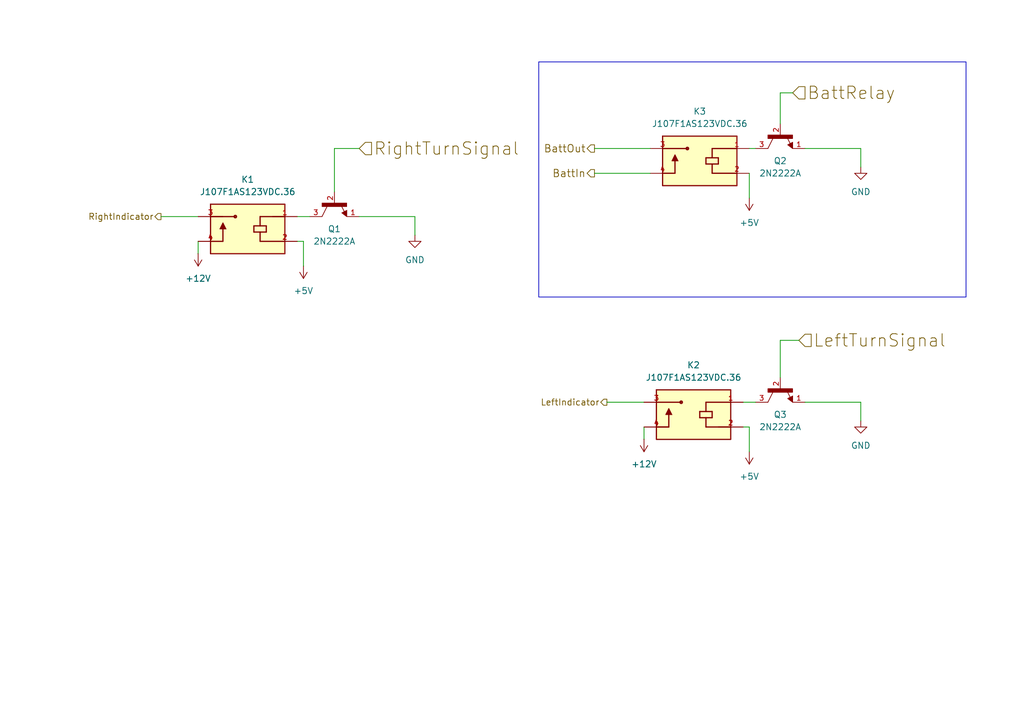
<source format=kicad_sch>
(kicad_sch (version 20250114) (generator "eeschema") (generator_version "9.0")
  (paper "A5")
  (lib_symbols
    (symbol "2N2222A:2N2222A" (pin_names (offset 1.016))
      (property "Reference" "Q" (at -10.16 7.62 0))
      (property "Value" "2N2222A" (at -10.16 -7.62 0))
      (symbol "2N2222A_0_0"
        (rectangle (start -0.254 -2.54) (end 0.508 2.54) (stroke (width 0.1)) (fill (type outline)))
        (polyline (pts (xy 1.27 -2.54) (xy 1.778 -1.524) (xy 2.54 -2.54) (xy 1.27 -2.54)) (stroke (width 0.1524)) (fill (type outline)))
        (polyline (pts (xy 1.54 -2.04) (xy 0.308 -1.424)) (stroke (width 0.1524)))
        (polyline (pts (xy 2.54 2.54) (xy 0.508 1.524)) (stroke (width 0.1524)))
        (pin passive line (at -2.54 0 0) (length 2.54) (name "~") (number "2"))
        (pin passive line (at 2.54 5.08 270) (length 2.54) (name "~") (number "3"))
        (pin passive line (at 2.54 -5.08 90) (length 2.54) (name "~") (number "1"))
      )
    )
    (symbol "PRE29-5V-S-450-1A-E:PRE29-5V-S-450-1A-E" (pin_names (offset 1.016))
      (property "Reference" "K" (at -7.62 6.35 0))
      (property "Value" "PRE29-5V-S-450-1A-E" (at -7.62 -7.62 0))
      (symbol "PRE29-5V-S-450-1A-E_0_0"
        (polyline (pts (xy -7.62 2.54) (xy -2.54 2.54)) (stroke (width 0.254)))
        (polyline (pts (xy -7.62 -2.54) (xy -2.54 -2.54)) (stroke (width 0.254)))
        (rectangle (start -7.62 -5.08) (end 7.62 5.08) (stroke (width 0.254)) (fill (type background)))
        (polyline (pts (xy -3.81 0.635) (xy -2.54 0.635)) (stroke (width 0.254)))
        (polyline (pts (xy -3.81 -0.635) (xy -3.81 0.635)) (stroke (width 0.254)))
        (polyline (pts (xy -2.54 2.54) (xy -2.54 0.635)) (stroke (width 0.254)))
        (polyline (pts (xy -2.54 0.635) (xy -1.27 0.635)) (stroke (width 0.254)))
        (polyline (pts (xy -2.54 -0.635) (xy -3.81 -0.635)) (stroke (width 0.254)))
        (polyline (pts (xy -2.54 -0.635) (xy -2.54 -2.54)) (stroke (width 0.254)))
        (polyline (pts (xy -1.27 0.635) (xy -1.27 -0.635)) (stroke (width 0.254)))
        (polyline (pts (xy -1.27 -0.635) (xy -2.54 -0.635)) (stroke (width 0.254)))
        (circle (center 2.54 2.54) (radius 0.254) (stroke (width 0.254)))
        (polyline (pts (xy 4.445 0) (xy 5.715 0) (xy 5.08 1.27) (xy 4.445 0)) (stroke (width 0.1524)) (fill (type outline)))
        (polyline (pts (xy 5.08 -2.54) (xy 5.08 0)) (stroke (width 0.254)))
        (polyline (pts (xy 7.62 2.54) (xy 2.54 2.54)) (stroke (width 0.254)))
        (polyline (pts (xy 7.62 -2.54) (xy 5.08 -2.54)) (stroke (width 0.254)))
        (pin passive line (at -10.16 2.54 0) (length 5.08) (name "~") (number "1"))
        (pin passive line (at -10.16 -2.54 0) (length 5.08) (name "~") (number "2"))
        (pin passive line (at 10.16 2.54 180) (length 5.08) (name "~") (number "3"))
        (pin passive line (at 10.16 -2.54 180) (length 5.08) (name "~") (number "4"))
      )
    )
    (symbol "power:+12V" (power) (pin_numbers (hide yes)) (pin_names (offset 0) (hide yes))
      (property "Value" "+12V" (at 0 3.556 0))
      (symbol "+12V_0_1"
        (polyline (pts (xy -0.762 1.27) (xy 0 2.54)))
        (polyline (pts (xy 0 2.54) (xy 0.762 1.27)))
        (polyline (pts (xy 0 0) (xy 0 2.54)))
      )
      (symbol "+12V_1_1"
        (pin power_in line (at 0 0 90) (length 0) (name "~") (number "1"))
      )
    )
    (symbol "power:+5V" (power) (pin_numbers (hide yes)) (pin_names (offset 0) (hide yes))
      (property "Value" "+5V" (at 0 3.556 0))
      (symbol "+5V_0_1"
        (polyline (pts (xy -0.762 1.27) (xy 0 2.54)))
        (polyline (pts (xy 0 2.54) (xy 0.762 1.27)))
        (polyline (pts (xy 0 0) (xy 0 2.54)))
      )
      (symbol "+5V_1_1"
        (pin power_in line (at 0 0 90) (length 0) (name "~") (number "1"))
      )
    )
    (symbol "power:GND" (power) (pin_numbers (hide yes)) (pin_names (offset 0) (hide yes))
      (property "Value" "GND" (at 0 -3.81 0))
      (symbol "GND_0_1"
        (polyline (pts (xy 0 0) (xy 0 -1.27) (xy 1.27 -1.27) (xy 0 -2.54) (xy -1.27 -1.27) (xy 0 -1.27)))
      )
      (symbol "GND_1_1"
        (pin power_in line (at 0 0 270) (length 0) (name "~") (number "1"))
      )
    )
  )
  (rectangle (start 110.49 12.7) (end 198.12 60.96))
  (wire (pts (xy 165.1 30.48) (xy 176.53 30.48)))
  (wire (pts (xy 176.53 82.55) (xy 176.53 86.36)))
  (wire (pts (xy 73.66 44.45) (xy 85.09 44.45)))
  (wire (pts (xy 152.4 87.63) (xy 153.67 87.63)))
  (wire (pts (xy 153.67 87.63) (xy 153.67 92.71)))
  (wire (pts (xy 60.96 49.53) (xy 62.23 49.53)))
  (wire (pts (xy 165.1 82.55) (xy 176.53 82.55)))
  (wire (pts (xy 132.08 87.63) (xy 132.08 90.17)))
  (wire (pts (xy 153.67 30.48) (xy 154.94 30.48)))
  (wire (pts (xy 152.4 82.55) (xy 154.94 82.55)))
  (wire (pts (xy 153.67 35.56) (xy 153.67 40.64)))
  (wire (pts (xy 62.23 49.53) (xy 62.23 54.61)))
  (wire (pts (xy 85.09 44.45) (xy 85.09 48.26)))
  (wire (pts (xy 124.46 82.55) (xy 132.08 82.55)))
  (wire (pts (xy 60.96 44.45) (xy 63.5 44.45)))
  (wire (pts (xy 68.58 30.48) (xy 73.66 30.48)))
  (wire (pts (xy 40.64 49.53) (xy 40.64 52.07)))
  (wire (pts (xy 160.02 19.05) (xy 160.02 25.4)))
  (wire (pts (xy 160.02 69.85) (xy 160.02 77.47)))
  (wire (pts (xy 176.53 30.48) (xy 176.53 34.29)))
  (wire (pts (xy 68.58 30.48) (xy 68.58 39.37)))
  (wire (pts (xy 121.92 30.48) (xy 133.35 30.48)))
  (wire (pts (xy 163.83 69.85) (xy 160.02 69.85)))
  (wire (pts (xy 121.92 35.56) (xy 133.35 35.56)))
  (wire (pts (xy 33.02 44.45) (xy 40.64 44.45)))
  (wire (pts (xy 160.02 19.05) (xy 162.56 19.05)))
  (hierarchical_label "LeftTurnSignal" (shape input) (at 163.83 69.85 0) (effects (font (size 2.54 2.54))))
  (hierarchical_label "RightIndicator" (shape output) (at 33.02 44.45 180))
  (hierarchical_label "LeftIndicator" (shape output) (at 124.46 82.55 180))
  (hierarchical_label "BattIn" (shape output) (at 121.92 35.56 180) (effects (font (size 1.524 1.524))))
  (hierarchical_label "RightTurnSignal" (shape input) (at 73.66 30.48 0) (effects (font (size 2.54 2.54))))
  (hierarchical_label "BattRelay" (shape input) (at 162.56 19.05 0) (effects (font (size 2.54 2.54))))
  (hierarchical_label "BattOut" (shape output) (at 121.92 30.48 180) (effects (font (size 1.524 1.524))))
  (symbol (lib_id "power:GND") (at 85.09 48.26 0) (unit 1)
    (property "Reference" "#PWR048" (effects (hide yes)))
    (property "Value" "GND" (at 85.09 53.34 0))
    (property "Description" "Power symbol creates a global label with name \"GND\" , ground" (effects (hide yes)))
  )
  (symbol (lib_id "2N2222A:2N2222A") (at 160.02 80.01 90) (mirror x) (unit 1)
    (property "Reference" "Q3" (at 160.02 85.09 90))
    (property "Value" "2N2222A" (at 160.02 87.63 90))
    (property "Footprint" "2N2222A:TO92254P470H750-3" (effects (hide yes)))
    (property "MF" "Diotec Semiconductor" (effects (hide yes)))
    (property "SNAPEDA_PACKAGE_ID" "121774" (effects (hide yes)))
    (property "Package" "TO-92 Diotec" (effects (hide yes)))
    (property "Price" "None" (effects (hide yes)))
    (property "Check_prices" "https://www.snapeda.com/parts/2N2222A/Diotec/view-part/?ref=eda" (effects (hide yes)))
    (property "STANDARD" "IPC 7351B" (effects (hide yes)))
    (property "PARTREV" "N/A" (effects (hide yes)))
    (property "SnapEDA_Link" "https://www.snapeda.com/parts/2N2222A/Diotec/view-part/?ref=snap" (effects (hide yes)))
    (property "MP" "2N2222A" (effects (hide yes)))
    (property "Description_1" "BJT, TO-92, 40V, 600mA, NPN, 0.625W, 150°C" (effects (hide yes)))
    (property "MANUFACTURER" "Diotec Semiconductor" (effects (hide yes)))
    (property "Availability" "In Stock" (effects (hide yes)))
    (property "MAXIMUM_PACKAGE_HEIGHT" "7.5 mm" (effects (hide yes)))
  )
  (symbol (lib_id "power:+5V") (at 153.67 40.64 180) (unit 1)
    (property "Reference" "#PWR050" (effects (hide yes)))
    (property "Value" "+5V" (at 153.67 45.72 0))
    (property "Description" "Power symbol creates a global label with name \"+5V\"" (effects (hide yes)))
  )
  (symbol (lib_id "power:GND") (at 176.53 34.29 0) (unit 1)
    (property "Reference" "#PWR052" (effects (hide yes)))
    (property "Value" "GND" (at 176.53 39.37 0))
    (property "Description" "Power symbol creates a global label with name \"GND\" , ground" (effects (hide yes)))
  )
  (symbol (lib_id "2N2222A:2N2222A") (at 160.02 27.94 90) (mirror x) (unit 1)
    (property "Reference" "Q2" (at 160.02 33.02 90))
    (property "Value" "2N2222A" (at 160.02 35.56 90))
    (property "Footprint" "2N2222A:TO92254P470H750-3" (effects (hide yes)))
    (property "MF" "Diotec Semiconductor" (effects (hide yes)))
    (property "SNAPEDA_PACKAGE_ID" "121774" (effects (hide yes)))
    (property "Package" "TO-92 Diotec" (effects (hide yes)))
    (property "Price" "None" (effects (hide yes)))
    (property "Check_prices" "https://www.snapeda.com/parts/2N2222A/Diotec/view-part/?ref=eda" (effects (hide yes)))
    (property "STANDARD" "IPC 7351B" (effects (hide yes)))
    (property "PARTREV" "N/A" (effects (hide yes)))
    (property "SnapEDA_Link" "https://www.snapeda.com/parts/2N2222A/Diotec/view-part/?ref=snap" (effects (hide yes)))
    (property "MP" "2N2222A" (effects (hide yes)))
    (property "Description_1" "BJT, TO-92, 40V, 600mA, NPN, 0.625W, 150°C" (effects (hide yes)))
    (property "MANUFACTURER" "Diotec Semiconductor" (effects (hide yes)))
    (property "Availability" "In Stock" (effects (hide yes)))
    (property "MAXIMUM_PACKAGE_HEIGHT" "7.5 mm" (effects (hide yes)))
  )
  (symbol (lib_id "power:+5V") (at 62.23 54.61 180) (unit 1)
    (property "Reference" "#PWR047" (effects (hide yes)))
    (property "Value" "+5V" (at 62.23 59.69 0))
    (property "Description" "Power symbol creates a global label with name \"+5V\"" (effects (hide yes)))
  )
  (symbol (lib_id "power:GND") (at 176.53 86.36 0) (unit 1)
    (property "Reference" "#PWR053" (effects (hide yes)))
    (property "Value" "GND" (at 176.53 91.44 0))
    (property "Description" "Power symbol creates a global label with name \"GND\" , ground" (effects (hide yes)))
  )
  (symbol (lib_id "2N2222A:2N2222A") (at 68.58 41.91 90) (mirror x) (unit 1)
    (property "Reference" "Q1" (at 68.58 46.99 90))
    (property "Value" "2N2222A" (at 68.58 49.53 90))
    (property "Footprint" "2N2222A:TO92254P470H750-3" (effects (hide yes)))
    (property "MF" "Diotec Semiconductor" (effects (hide yes)))
    (property "SNAPEDA_PACKAGE_ID" "121774" (effects (hide yes)))
    (property "Package" "TO-92 Diotec" (effects (hide yes)))
    (property "Price" "None" (effects (hide yes)))
    (property "Check_prices" "https://www.snapeda.com/parts/2N2222A/Diotec/view-part/?ref=eda" (effects (hide yes)))
    (property "STANDARD" "IPC 7351B" (effects (hide yes)))
    (property "PARTREV" "N/A" (effects (hide yes)))
    (property "SnapEDA_Link" "https://www.snapeda.com/parts/2N2222A/Diotec/view-part/?ref=snap" (effects (hide yes)))
    (property "MP" "2N2222A" (effects (hide yes)))
    (property "Description_1" "BJT, TO-92, 40V, 600mA, NPN, 0.625W, 150°C" (effects (hide yes)))
    (property "MANUFACTURER" "Diotec Semiconductor" (effects (hide yes)))
    (property "Availability" "In Stock" (effects (hide yes)))
    (property "MAXIMUM_PACKAGE_HEIGHT" "7.5 mm" (effects (hide yes)))
  )
  (symbol (lib_id "PRE29-5V-S-450-1A-E:PRE29-5V-S-450-1A-E") (at 142.24 85.09 0) (mirror y) (unit 1)
    (property "Reference" "K2" (at 142.24 74.93 0))
    (property "Value" "J107F1AS123VDC.36" (at 142.24 77.47 0))
    (property "Footprint" "PRE29-5V-S-450-1A-E:RELAY_PRE29-5V-S-450-1A-E" (effects (hide yes)))
    (property "DigiKey_Part_Number" "2449-J107F1AS123VDC.36-ND" (effects (hide yes)))
    (property "SnapEDA_Link" "https://www.snapeda.com/parts/PRE29-5V-S-450-1A-E/Same+Sky/view-part/?ref=snap" (effects (hide yes)))
    (property "MAXIMUM_PACKAGE_HEIGHT" "16 mm" (effects (hide yes)))
    (property "CREATOR" "DIZAR" (effects (hide yes)))
    (property "Package" "Package" (effects (hide yes)))
    (property "Check_prices" "https://www.snapeda.com/parts/PRE29-5V-S-450-1A-E/Same+Sky/view-part/?ref=eda" (effects (hide yes)))
    (property "STANDARD" "Manufacturer Recommendations" (effects (hide yes)))
    (property "PARTREV" "1.0" (effects (hide yes)))
    (property "MF" "CUI DEVICES" (effects (hide yes)))
    (property "MP" "PRE29-5V-S-450-1A-E" (effects (hide yes)))
    (property "Description_1" "General Purpose Relay SPST-NO (1 Form A) 5VDC Coil Through Hole" (effects (hide yes)))
    (property "MANUFACTURER" "CUI DEVICES" (effects (hide yes)))
    (property "Price" "None" (effects (hide yes)))
    (property "Availability" "In Stock" (effects (hide yes)))
  )
  (symbol (lib_id "PRE29-5V-S-450-1A-E:PRE29-5V-S-450-1A-E") (at 143.51 33.02 0) (mirror y) (unit 1)
    (property "Reference" "K3" (at 143.51 22.86 0))
    (property "Value" "J107F1AS123VDC.36" (at 143.51 25.4 0))
    (property "Footprint" "PRE29-5V-S-450-1A-E:RELAY_PRE29-5V-S-450-1A-E" (effects (hide yes)))
    (property "DigiKey_Part_Number" "2449-J107F1AS123VDC.36-ND" (effects (hide yes)))
    (property "SnapEDA_Link" "https://www.snapeda.com/parts/PRE29-5V-S-450-1A-E/Same+Sky/view-part/?ref=snap" (effects (hide yes)))
    (property "MAXIMUM_PACKAGE_HEIGHT" "16 mm" (effects (hide yes)))
    (property "CREATOR" "DIZAR" (effects (hide yes)))
    (property "Package" "Package" (effects (hide yes)))
    (property "Check_prices" "https://www.snapeda.com/parts/PRE29-5V-S-450-1A-E/Same+Sky/view-part/?ref=eda" (effects (hide yes)))
    (property "STANDARD" "Manufacturer Recommendations" (effects (hide yes)))
    (property "PARTREV" "1.0" (effects (hide yes)))
    (property "MF" "CUI DEVICES" (effects (hide yes)))
    (property "MP" "PRE29-5V-S-450-1A-E" (effects (hide yes)))
    (property "Description_1" "General Purpose Relay SPST-NO (1 Form A) 5VDC Coil Through Hole" (effects (hide yes)))
    (property "MANUFACTURER" "CUI DEVICES" (effects (hide yes)))
    (property "Price" "None" (effects (hide yes)))
    (property "Availability" "In Stock" (effects (hide yes)))
  )
  (symbol (lib_id "power:+12V") (at 132.08 90.17 180) (unit 1)
    (property "Reference" "#PWR049" (effects (hide yes)))
    (property "Value" "+12V" (at 132.08 95.25 0))
    (property "Description" "Power symbol creates a global label with name \"+12V\"" (effects (hide yes)))
  )
  (symbol (lib_id "power:+12V") (at 40.64 52.07 180) (unit 1)
    (property "Reference" "#PWR046" (effects (hide yes)))
    (property "Value" "+12V" (at 40.64 57.15 0))
    (property "Description" "Power symbol creates a global label with name \"+12V\"" (effects (hide yes)))
  )
  (symbol (lib_id "power:+5V") (at 153.67 92.71 180) (unit 1)
    (property "Reference" "#PWR051" (effects (hide yes)))
    (property "Value" "+5V" (at 153.67 97.79 0))
    (property "Description" "Power symbol creates a global label with name \"+5V\"" (effects (hide yes)))
  )
  (symbol (lib_id "PRE29-5V-S-450-1A-E:PRE29-5V-S-450-1A-E") (at 50.8 46.99 0) (mirror y) (unit 1)
    (property "Reference" "K1" (at 50.8 36.83 0))
    (property "Value" "J107F1AS123VDC.36" (at 50.8 39.37 0))
    (property "Footprint" "PRE29-5V-S-450-1A-E:RELAY_PRE29-5V-S-450-1A-E" (effects (hide yes)))
    (property "DigiKey_Part_Number" "2449-J107F1AS123VDC.36-ND" (effects (hide yes)))
    (property "SnapEDA_Link" "https://www.snapeda.com/parts/PRE29-5V-S-450-1A-E/Same+Sky/view-part/?ref=snap" (effects (hide yes)))
    (property "MAXIMUM_PACKAGE_HEIGHT" "16 mm" (effects (hide yes)))
    (property "CREATOR" "DIZAR" (effects (hide yes)))
    (property "Package" "Package" (effects (hide yes)))
    (property "Check_prices" "https://www.snapeda.com/parts/PRE29-5V-S-450-1A-E/Same+Sky/view-part/?ref=eda" (effects (hide yes)))
    (property "STANDARD" "Manufacturer Recommendations" (effects (hide yes)))
    (property "PARTREV" "1.0" (effects (hide yes)))
    (property "MF" "CUI DEVICES" (effects (hide yes)))
    (property "MP" "PRE29-5V-S-450-1A-E" (effects (hide yes)))
    (property "Description_1" "General Purpose Relay SPST-NO (1 Form A) 5VDC Coil Through Hole" (effects (hide yes)))
    (property "MANUFACTURER" "CUI DEVICES" (effects (hide yes)))
    (property "Price" "None" (effects (hide yes)))
    (property "Availability" "In Stock" (effects (hide yes)))
  )
)
</source>
